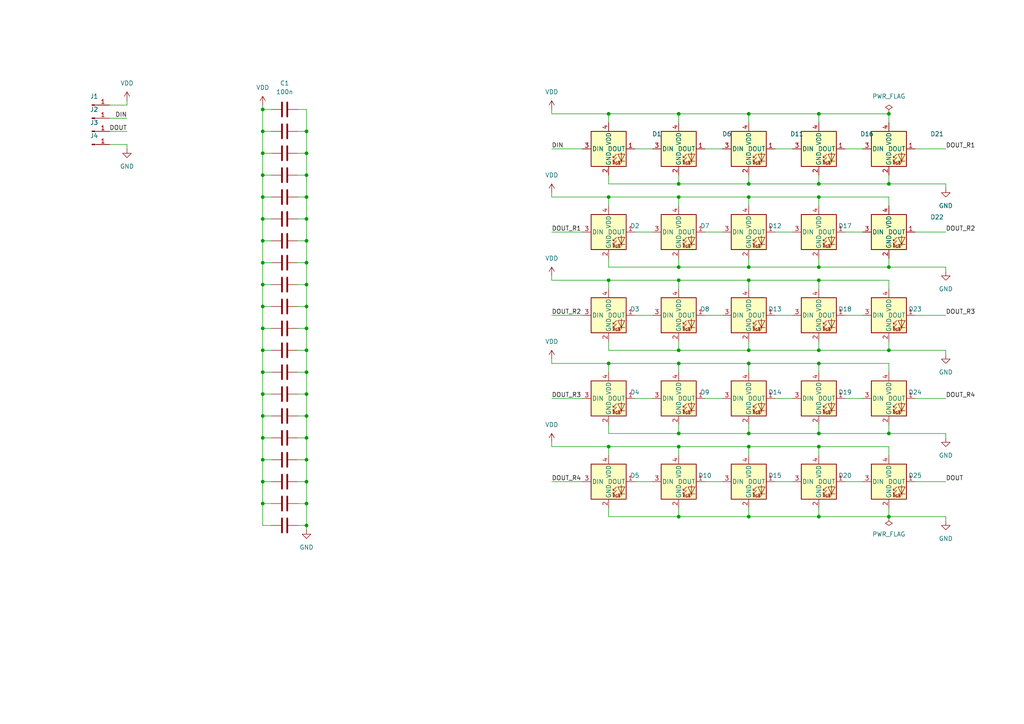
<source format=kicad_sch>
(kicad_sch (version 20211123) (generator eeschema)
  (paper "A4")
  (lib_symbols
    (symbol "Connector:Conn_01x01_Male" (pin_names (offset 1.016) hide)
      (property "Reference" "J" (at 0 2.54 0))
      (property "Value" "Conn_01x01_Male" (at 0 -2.54 0))
      (symbol "Conn_01x01_Male_1_1"
        (polyline (pts (xy 1.27 0) (xy 0.8636 0)) (stroke (width 0.1524)))
        (rectangle (start 0.8636 0.127) (end 0 -0.127) (stroke (width 0.1524)) (fill (type outline)))
        (pin passive line (at 5.08 0 180) (length 3.81) (name "Pin_1") (number "1"))
      )
    )
    (symbol "Device:C" (pin_numbers hide) (pin_names (offset 0.254))
      (property "Reference" "C" (at 0.635 2.54 0))
      (property "Value" "C" (at 0.635 -2.54 0))
      (symbol "C_0_1"
        (polyline (pts (xy -2.032 -0.762) (xy 2.032 -0.762)) (stroke (width 0.508)))
        (polyline (pts (xy -2.032 0.762) (xy 2.032 0.762)) (stroke (width 0.508)))
      )
      (symbol "C_1_1"
        (pin passive line (at 0 3.81 270) (length 2.794) (name "~") (number "1"))
        (pin passive line (at 0 -3.81 90) (length 2.794) (name "~") (number "2"))
      )
    )
    (symbol "WS2812B-2020:WS2812B-2020" (pin_names (offset 0.254))
      (property "Reference" "D" (at 5.08 5.715 0))
      (property "Value" "WS2812B-2020" (at 1.27 -5.715 0))
      (symbol "WS2812B-2020_0_0"
        (text "RGB" (at 2.286 -4.191 0) (effects (font (size 0.762 0.762))))
      )
      (symbol "WS2812B-2020_0_1"
        (polyline (pts (xy 1.27 -3.556) (xy 1.778 -3.556)))
        (polyline (pts (xy 1.27 -2.54) (xy 1.778 -2.54)))
        (polyline (pts (xy 4.699 -3.556) (xy 2.667 -3.556)))
        (polyline (pts (xy 2.286 -2.54) (xy 1.27 -3.556) (xy 1.27 -3.048)))
        (polyline (pts (xy 2.286 -1.524) (xy 1.27 -2.54) (xy 1.27 -2.032)))
        (polyline (pts (xy 3.683 -1.016) (xy 3.683 -3.556) (xy 3.683 -4.064)))
        (polyline (pts (xy 4.699 -1.524) (xy 2.667 -1.524) (xy 3.683 -3.556) (xy 4.699 -1.524)))
        (rectangle (start 5.08 5.08) (end -5.08 -5.08) (stroke (width 0.254)) (fill (type background)))
      )
      (symbol "WS2812B-2020_1_1"
        (pin output line (at 7.62 0 180) (length 2.54) (name "DOUT") (number "1"))
        (pin power_in line (at 0 -7.62 90) (length 2.54) (name "GND") (number "2"))
        (pin input line (at -7.62 0 0) (length 2.54) (name "DIN") (number "3"))
        (pin power_in line (at 0 7.62 270) (length 2.54) (name "VDD") (number "4"))
      )
    )
    (symbol "power:GND" (power) (pin_names (offset 0))
      (property "Value" "GND" (at 0 -3.81 0))
      (symbol "GND_0_1"
        (polyline (pts (xy 0 0) (xy 0 -1.27) (xy 1.27 -1.27) (xy 0 -2.54) (xy -1.27 -1.27) (xy 0 -1.27)))
      )
      (symbol "GND_1_1"
        (pin power_in line (at 0 0 270) (length 0) hide (name "GND") (number "1"))
      )
    )
    (symbol "power:PWR_FLAG" (power) (pin_numbers hide) (pin_names (offset 0) hide)
      (property "Value" "PWR_FLAG" (at 0 3.81 0))
      (symbol "PWR_FLAG_0_0"
        (pin power_out line (at 0 0 90) (length 0) (name "pwr") (number "1"))
      )
      (symbol "PWR_FLAG_0_1"
        (polyline (pts (xy 0 0) (xy 0 1.27) (xy -1.016 1.905) (xy 0 2.54) (xy 1.016 1.905) (xy 0 1.27)))
      )
    )
    (symbol "power:VDD" (power) (pin_names (offset 0))
      (property "Value" "VDD" (at 0 3.81 0))
      (symbol "VDD_0_1"
        (polyline (pts (xy -0.762 1.27) (xy 0 2.54)))
        (polyline (pts (xy 0 0) (xy 0 2.54)))
        (polyline (pts (xy 0 2.54) (xy 0.762 1.27)))
      )
      (symbol "VDD_1_1"
        (pin power_in line (at 0 0 90) (length 0) hide (name "VDD") (number "1"))
      )
    )
  )
  (junction (at 88.9 57.15))
  (junction (at 76.2 88.9))
  (junction (at 76.2 114.3))
  (junction (at 237.49 101.6))
  (junction (at 257.81 149.86))
  (junction (at 237.49 57.15))
  (junction (at 217.17 149.86))
  (junction (at 88.9 50.8))
  (junction (at 88.9 44.45))
  (junction (at 88.9 101.6))
  (junction (at 196.85 81.28))
  (junction (at 88.9 127))
  (junction (at 88.9 69.85))
  (junction (at 257.81 125.73))
  (junction (at 88.9 107.95))
  (junction (at 196.85 53.34))
  (junction (at 88.9 63.5))
  (junction (at 257.81 33.02))
  (junction (at 76.2 146.05))
  (junction (at 217.17 105.41))
  (junction (at 196.85 77.47))
  (junction (at 257.81 53.34))
  (junction (at 237.49 77.47))
  (junction (at 76.2 101.6))
  (junction (at 237.49 125.73))
  (junction (at 196.85 105.41))
  (junction (at 176.53 81.28))
  (junction (at 76.2 127))
  (junction (at 76.2 133.35))
  (junction (at 88.9 133.35))
  (junction (at 237.49 33.02))
  (junction (at 88.9 82.55))
  (junction (at 76.2 82.55))
  (junction (at 196.85 101.6))
  (junction (at 76.2 107.95))
  (junction (at 217.17 81.28))
  (junction (at 217.17 53.34))
  (junction (at 176.53 33.02))
  (junction (at 76.2 76.2))
  (junction (at 237.49 105.41))
  (junction (at 76.2 44.45))
  (junction (at 196.85 33.02))
  (junction (at 176.53 57.15))
  (junction (at 88.9 114.3))
  (junction (at 76.2 57.15))
  (junction (at 217.17 125.73))
  (junction (at 76.2 63.5))
  (junction (at 88.9 120.65))
  (junction (at 76.2 38.1))
  (junction (at 88.9 152.4))
  (junction (at 217.17 77.47))
  (junction (at 76.2 50.8))
  (junction (at 88.9 88.9))
  (junction (at 76.2 69.85))
  (junction (at 76.2 120.65))
  (junction (at 196.85 129.54))
  (junction (at 196.85 125.73))
  (junction (at 217.17 57.15))
  (junction (at 176.53 129.54))
  (junction (at 217.17 101.6))
  (junction (at 88.9 146.05))
  (junction (at 217.17 33.02))
  (junction (at 196.85 149.86))
  (junction (at 88.9 38.1))
  (junction (at 237.49 81.28))
  (junction (at 176.53 105.41))
  (junction (at 88.9 139.7))
  (junction (at 237.49 149.86))
  (junction (at 237.49 129.54))
  (junction (at 76.2 139.7))
  (junction (at 76.2 31.75))
  (junction (at 217.17 129.54))
  (junction (at 88.9 95.25))
  (junction (at 88.9 76.2))
  (junction (at 257.81 77.47))
  (junction (at 76.2 95.25))
  (junction (at 196.85 57.15))
  (junction (at 257.81 101.6))
  (junction (at 237.49 53.34))
  (wire (pts (xy 257.81 105.41) (xy 237.49 105.41)))
  (wire (pts (xy 196.85 81.28) (xy 196.85 83.82)))
  (wire (pts (xy 237.49 50.8) (xy 237.49 53.34)))
  (wire (pts (xy 160.02 115.57) (xy 168.91 115.57)))
  (wire (pts (xy 76.2 50.8) (xy 76.2 44.45)))
  (wire (pts (xy 88.9 152.4) (xy 88.9 153.67)))
  (wire (pts (xy 196.85 123.19) (xy 196.85 125.73)))
  (wire (pts (xy 86.36 120.65) (xy 88.9 120.65)))
  (wire (pts (xy 204.47 91.44) (xy 209.55 91.44)))
  (wire (pts (xy 224.79 115.57) (xy 229.87 115.57)))
  (wire (pts (xy 176.53 53.34) (xy 196.85 53.34)))
  (wire (pts (xy 76.2 95.25) (xy 76.2 88.9)))
  (wire (pts (xy 184.15 67.31) (xy 189.23 67.31)))
  (wire (pts (xy 176.53 129.54) (xy 160.02 129.54)))
  (wire (pts (xy 265.43 43.18) (xy 274.32 43.18)))
  (wire (pts (xy 88.9 146.05) (xy 88.9 152.4)))
  (wire (pts (xy 257.81 57.15) (xy 237.49 57.15)))
  (wire (pts (xy 257.81 74.93) (xy 257.81 77.47)))
  (wire (pts (xy 76.2 63.5) (xy 76.2 57.15)))
  (wire (pts (xy 184.15 139.7) (xy 189.23 139.7)))
  (wire (pts (xy 31.75 34.29) (xy 36.83 34.29)))
  (wire (pts (xy 176.53 101.6) (xy 196.85 101.6)))
  (wire (pts (xy 76.2 133.35) (xy 78.74 133.35)))
  (wire (pts (xy 184.15 91.44) (xy 189.23 91.44)))
  (wire (pts (xy 217.17 81.28) (xy 196.85 81.28)))
  (wire (pts (xy 196.85 33.02) (xy 196.85 35.56)))
  (wire (pts (xy 176.53 129.54) (xy 176.53 132.08)))
  (wire (pts (xy 217.17 50.8) (xy 217.17 53.34)))
  (wire (pts (xy 204.47 67.31) (xy 209.55 67.31)))
  (wire (pts (xy 257.81 77.47) (xy 274.32 77.47)))
  (wire (pts (xy 86.36 152.4) (xy 88.9 152.4)))
  (wire (pts (xy 265.43 115.57) (xy 274.32 115.57)))
  (wire (pts (xy 217.17 81.28) (xy 217.17 83.82)))
  (wire (pts (xy 265.43 67.31) (xy 274.32 67.31)))
  (wire (pts (xy 237.49 147.32) (xy 237.49 149.86)))
  (wire (pts (xy 274.32 77.47) (xy 274.32 78.74)))
  (wire (pts (xy 86.36 88.9) (xy 88.9 88.9)))
  (wire (pts (xy 257.81 50.8) (xy 257.81 53.34)))
  (wire (pts (xy 217.17 101.6) (xy 237.49 101.6)))
  (wire (pts (xy 86.36 114.3) (xy 88.9 114.3)))
  (wire (pts (xy 257.81 107.95) (xy 257.81 105.41)))
  (wire (pts (xy 86.36 31.75) (xy 88.9 31.75)))
  (wire (pts (xy 176.53 123.19) (xy 176.53 125.73)))
  (wire (pts (xy 204.47 115.57) (xy 209.55 115.57)))
  (wire (pts (xy 217.17 129.54) (xy 196.85 129.54)))
  (wire (pts (xy 88.9 95.25) (xy 88.9 101.6)))
  (wire (pts (xy 196.85 33.02) (xy 176.53 33.02)))
  (wire (pts (xy 217.17 129.54) (xy 217.17 132.08)))
  (wire (pts (xy 196.85 125.73) (xy 217.17 125.73)))
  (wire (pts (xy 88.9 101.6) (xy 88.9 107.95)))
  (wire (pts (xy 237.49 74.93) (xy 237.49 77.47)))
  (wire (pts (xy 76.2 107.95) (xy 76.2 101.6)))
  (wire (pts (xy 237.49 53.34) (xy 257.81 53.34)))
  (wire (pts (xy 237.49 149.86) (xy 257.81 149.86)))
  (wire (pts (xy 217.17 77.47) (xy 237.49 77.47)))
  (wire (pts (xy 257.81 59.69) (xy 257.81 57.15)))
  (wire (pts (xy 176.53 105.41) (xy 176.53 107.95)))
  (wire (pts (xy 237.49 81.28) (xy 217.17 81.28)))
  (wire (pts (xy 88.9 31.75) (xy 88.9 38.1)))
  (wire (pts (xy 265.43 139.7) (xy 274.32 139.7)))
  (wire (pts (xy 76.2 69.85) (xy 78.74 69.85)))
  (wire (pts (xy 204.47 139.7) (xy 209.55 139.7)))
  (wire (pts (xy 237.49 105.41) (xy 237.49 107.95)))
  (wire (pts (xy 217.17 53.34) (xy 237.49 53.34)))
  (wire (pts (xy 88.9 127) (xy 88.9 133.35)))
  (wire (pts (xy 184.15 115.57) (xy 189.23 115.57)))
  (wire (pts (xy 86.36 146.05) (xy 88.9 146.05)))
  (wire (pts (xy 257.81 129.54) (xy 237.49 129.54)))
  (wire (pts (xy 224.79 43.18) (xy 229.87 43.18)))
  (wire (pts (xy 176.53 77.47) (xy 196.85 77.47)))
  (wire (pts (xy 237.49 57.15) (xy 217.17 57.15)))
  (wire (pts (xy 88.9 69.85) (xy 88.9 76.2)))
  (wire (pts (xy 245.11 43.18) (xy 250.19 43.18)))
  (wire (pts (xy 88.9 63.5) (xy 88.9 69.85)))
  (wire (pts (xy 88.9 76.2) (xy 88.9 82.55)))
  (wire (pts (xy 88.9 139.7) (xy 88.9 146.05)))
  (wire (pts (xy 257.81 123.19) (xy 257.81 125.73)))
  (wire (pts (xy 217.17 125.73) (xy 237.49 125.73)))
  (wire (pts (xy 217.17 99.06) (xy 217.17 101.6)))
  (wire (pts (xy 176.53 125.73) (xy 196.85 125.73)))
  (wire (pts (xy 204.47 43.18) (xy 209.55 43.18)))
  (wire (pts (xy 86.36 69.85) (xy 88.9 69.85)))
  (wire (pts (xy 76.2 76.2) (xy 76.2 69.85)))
  (wire (pts (xy 196.85 105.41) (xy 196.85 107.95)))
  (wire (pts (xy 176.53 147.32) (xy 176.53 149.86)))
  (wire (pts (xy 196.85 57.15) (xy 176.53 57.15)))
  (wire (pts (xy 76.2 30.48) (xy 76.2 31.75)))
  (wire (pts (xy 86.36 127) (xy 88.9 127)))
  (wire (pts (xy 160.02 80.01) (xy 160.02 81.28)))
  (wire (pts (xy 217.17 147.32) (xy 217.17 149.86)))
  (wire (pts (xy 237.49 33.02) (xy 237.49 35.56)))
  (wire (pts (xy 176.53 57.15) (xy 160.02 57.15)))
  (wire (pts (xy 88.9 107.95) (xy 88.9 114.3)))
  (wire (pts (xy 86.36 44.45) (xy 88.9 44.45)))
  (wire (pts (xy 265.43 91.44) (xy 274.32 91.44)))
  (wire (pts (xy 88.9 88.9) (xy 88.9 95.25)))
  (wire (pts (xy 76.2 114.3) (xy 78.74 114.3)))
  (wire (pts (xy 224.79 139.7) (xy 229.87 139.7)))
  (wire (pts (xy 224.79 67.31) (xy 229.87 67.31)))
  (wire (pts (xy 217.17 105.41) (xy 196.85 105.41)))
  (wire (pts (xy 257.81 147.32) (xy 257.81 149.86)))
  (wire (pts (xy 76.2 139.7) (xy 78.74 139.7)))
  (wire (pts (xy 237.49 99.06) (xy 237.49 101.6)))
  (wire (pts (xy 36.83 41.91) (xy 36.83 43.18)))
  (wire (pts (xy 86.36 38.1) (xy 88.9 38.1)))
  (wire (pts (xy 86.36 101.6) (xy 88.9 101.6)))
  (wire (pts (xy 88.9 38.1) (xy 88.9 44.45)))
  (wire (pts (xy 196.85 53.34) (xy 217.17 53.34)))
  (wire (pts (xy 86.36 50.8) (xy 88.9 50.8)))
  (wire (pts (xy 176.53 33.02) (xy 160.02 33.02)))
  (wire (pts (xy 237.49 33.02) (xy 217.17 33.02)))
  (wire (pts (xy 76.2 38.1) (xy 78.74 38.1)))
  (wire (pts (xy 76.2 76.2) (xy 78.74 76.2)))
  (wire (pts (xy 160.02 128.27) (xy 160.02 129.54)))
  (wire (pts (xy 196.85 99.06) (xy 196.85 101.6)))
  (wire (pts (xy 76.2 38.1) (xy 76.2 31.75)))
  (wire (pts (xy 31.75 30.48) (xy 36.83 30.48)))
  (wire (pts (xy 76.2 44.45) (xy 76.2 38.1)))
  (wire (pts (xy 245.11 115.57) (xy 250.19 115.57)))
  (wire (pts (xy 76.2 146.05) (xy 78.74 146.05)))
  (wire (pts (xy 196.85 77.47) (xy 217.17 77.47)))
  (wire (pts (xy 76.2 120.65) (xy 76.2 114.3)))
  (wire (pts (xy 88.9 133.35) (xy 88.9 139.7)))
  (wire (pts (xy 88.9 120.65) (xy 88.9 127)))
  (wire (pts (xy 237.49 77.47) (xy 257.81 77.47)))
  (wire (pts (xy 86.36 57.15) (xy 88.9 57.15)))
  (wire (pts (xy 76.2 88.9) (xy 76.2 82.55)))
  (wire (pts (xy 217.17 57.15) (xy 217.17 59.69)))
  (wire (pts (xy 176.53 81.28) (xy 176.53 83.82)))
  (wire (pts (xy 76.2 146.05) (xy 76.2 139.7)))
  (wire (pts (xy 237.49 57.15) (xy 237.49 59.69)))
  (wire (pts (xy 76.2 57.15) (xy 78.74 57.15)))
  (wire (pts (xy 237.49 81.28) (xy 237.49 83.82)))
  (wire (pts (xy 274.32 53.34) (xy 274.32 54.61)))
  (wire (pts (xy 257.81 125.73) (xy 274.32 125.73)))
  (wire (pts (xy 160.02 91.44) (xy 168.91 91.44)))
  (wire (pts (xy 76.2 127) (xy 76.2 120.65)))
  (wire (pts (xy 160.02 104.14) (xy 160.02 105.41)))
  (wire (pts (xy 86.36 63.5) (xy 88.9 63.5)))
  (wire (pts (xy 237.49 129.54) (xy 237.49 132.08)))
  (wire (pts (xy 237.49 101.6) (xy 257.81 101.6)))
  (wire (pts (xy 257.81 35.56) (xy 257.81 33.02)))
  (wire (pts (xy 257.81 132.08) (xy 257.81 129.54)))
  (wire (pts (xy 76.2 114.3) (xy 76.2 107.95)))
  (wire (pts (xy 274.32 101.6) (xy 274.32 102.87)))
  (wire (pts (xy 76.2 133.35) (xy 76.2 127)))
  (wire (pts (xy 160.02 139.7) (xy 168.91 139.7)))
  (wire (pts (xy 88.9 57.15) (xy 88.9 63.5)))
  (wire (pts (xy 196.85 129.54) (xy 176.53 129.54)))
  (wire (pts (xy 76.2 107.95) (xy 78.74 107.95)))
  (wire (pts (xy 196.85 147.32) (xy 196.85 149.86)))
  (wire (pts (xy 217.17 149.86) (xy 237.49 149.86)))
  (wire (pts (xy 176.53 105.41) (xy 160.02 105.41)))
  (wire (pts (xy 257.81 149.86) (xy 274.32 149.86)))
  (wire (pts (xy 76.2 31.75) (xy 78.74 31.75)))
  (wire (pts (xy 76.2 152.4) (xy 78.74 152.4)))
  (wire (pts (xy 176.53 57.15) (xy 176.53 59.69)))
  (wire (pts (xy 160.02 43.18) (xy 168.91 43.18)))
  (wire (pts (xy 237.49 123.19) (xy 237.49 125.73)))
  (wire (pts (xy 257.81 99.06) (xy 257.81 101.6)))
  (wire (pts (xy 76.2 120.65) (xy 78.74 120.65)))
  (wire (pts (xy 76.2 152.4) (xy 76.2 146.05)))
  (wire (pts (xy 76.2 101.6) (xy 76.2 95.25)))
  (wire (pts (xy 76.2 44.45) (xy 78.74 44.45)))
  (wire (pts (xy 274.32 125.73) (xy 274.32 127)))
  (wire (pts (xy 86.36 95.25) (xy 88.9 95.25)))
  (wire (pts (xy 245.11 67.31) (xy 250.19 67.31)))
  (wire (pts (xy 224.79 91.44) (xy 229.87 91.44)))
  (wire (pts (xy 160.02 67.31) (xy 168.91 67.31)))
  (wire (pts (xy 160.02 55.88) (xy 160.02 57.15)))
  (wire (pts (xy 176.53 50.8) (xy 176.53 53.34)))
  (wire (pts (xy 196.85 50.8) (xy 196.85 53.34)))
  (wire (pts (xy 217.17 74.93) (xy 217.17 77.47)))
  (wire (pts (xy 76.2 101.6) (xy 78.74 101.6)))
  (wire (pts (xy 217.17 105.41) (xy 217.17 107.95)))
  (wire (pts (xy 257.81 101.6) (xy 274.32 101.6)))
  (wire (pts (xy 217.17 33.02) (xy 196.85 33.02)))
  (wire (pts (xy 217.17 57.15) (xy 196.85 57.15)))
  (wire (pts (xy 196.85 105.41) (xy 176.53 105.41)))
  (wire (pts (xy 176.53 33.02) (xy 176.53 35.56)))
  (wire (pts (xy 31.75 41.91) (xy 36.83 41.91)))
  (wire (pts (xy 86.36 133.35) (xy 88.9 133.35)))
  (wire (pts (xy 176.53 99.06) (xy 176.53 101.6)))
  (wire (pts (xy 176.53 81.28) (xy 160.02 81.28)))
  (wire (pts (xy 76.2 88.9) (xy 78.74 88.9)))
  (wire (pts (xy 245.11 91.44) (xy 250.19 91.44)))
  (wire (pts (xy 76.2 63.5) (xy 78.74 63.5)))
  (wire (pts (xy 237.49 129.54) (xy 217.17 129.54)))
  (wire (pts (xy 257.81 83.82) (xy 257.81 81.28)))
  (wire (pts (xy 245.11 139.7) (xy 250.19 139.7)))
  (wire (pts (xy 86.36 82.55) (xy 88.9 82.55)))
  (wire (pts (xy 274.32 149.86) (xy 274.32 151.13)))
  (wire (pts (xy 196.85 129.54) (xy 196.85 132.08)))
  (wire (pts (xy 257.81 53.34) (xy 274.32 53.34)))
  (wire (pts (xy 86.36 107.95) (xy 88.9 107.95)))
  (wire (pts (xy 88.9 114.3) (xy 88.9 120.65)))
  (wire (pts (xy 88.9 82.55) (xy 88.9 88.9)))
  (wire (pts (xy 86.36 139.7) (xy 88.9 139.7)))
  (wire (pts (xy 76.2 82.55) (xy 76.2 76.2)))
  (wire (pts (xy 196.85 57.15) (xy 196.85 59.69)))
  (wire (pts (xy 160.02 31.75) (xy 160.02 33.02)))
  (wire (pts (xy 76.2 139.7) (xy 76.2 133.35)))
  (wire (pts (xy 76.2 82.55) (xy 78.74 82.55)))
  (wire (pts (xy 36.83 30.48) (xy 36.83 29.21)))
  (wire (pts (xy 257.81 81.28) (xy 237.49 81.28)))
  (wire (pts (xy 196.85 149.86) (xy 217.17 149.86)))
  (wire (pts (xy 196.85 81.28) (xy 176.53 81.28)))
  (wire (pts (xy 176.53 149.86) (xy 196.85 149.86)))
  (wire (pts (xy 76.2 50.8) (xy 78.74 50.8)))
  (wire (pts (xy 76.2 127) (xy 78.74 127)))
  (wire (pts (xy 76.2 57.15) (xy 76.2 50.8)))
  (wire (pts (xy 88.9 50.8) (xy 88.9 57.15)))
  (wire (pts (xy 176.53 74.93) (xy 176.53 77.47)))
  (wire (pts (xy 76.2 69.85) (xy 76.2 63.5)))
  (wire (pts (xy 86.36 76.2) (xy 88.9 76.2)))
  (wire (pts (xy 196.85 101.6) (xy 217.17 101.6)))
  (wire (pts (xy 184.15 43.18) (xy 189.23 43.18)))
  (wire (pts (xy 196.85 74.93) (xy 196.85 77.47)))
  (wire (pts (xy 237.49 125.73) (xy 257.81 125.73)))
  (wire (pts (xy 217.17 123.19) (xy 217.17 125.73)))
  (wire (pts (xy 31.75 38.1) (xy 36.83 38.1)))
  (wire (pts (xy 76.2 95.25) (xy 78.74 95.25)))
  (wire (pts (xy 88.9 44.45) (xy 88.9 50.8)))
  (wire (pts (xy 217.17 33.02) (xy 217.17 35.56)))
  (wire (pts (xy 237.49 105.41) (xy 217.17 105.41)))
  (wire (pts (xy 257.81 33.02) (xy 237.49 33.02)))
  (label "DOUT" (at 274.32 139.7 0))
  (label "DOUT_R2" (at 274.32 67.31 0))
  (label "DOUT" (at 36.83 38.1 180))
  (label "DOUT_R3" (at 160.02 115.57 0))
  (label "DOUT_R4" (at 160.02 139.7 0))
  (label "DOUT_R4" (at 274.32 115.57 0))
  (label "DOUT_R1" (at 160.02 67.31 0))
  (label "DOUT_R2" (at 160.02 91.44 0))
  (label "DIN" (at 36.83 34.29 180))
  (label "DOUT_R1" (at 274.32 43.18 0))
  (label "DIN" (at 160.02 43.18 0))
  (label "DOUT_R3" (at 274.32 91.44 0))
  (symbol (lib_id "WS2812B-2020:WS2812B-2020") (at 217.17 115.57 0) (unit 1)
    (property "Reference" "D14" (at 224.79 113.7793 0))
    (property "Value" "WS2812B-2020" (effects hide))
    (property "Footprint" "WS2812B-2020:WS2812B-2020" (effects hide))
    (property "Datasheet" "https://www.mouser.com/pdfDocs/WS2812B-2020_V10_EN_181106150240761.pdf" (effects hide))
  )
  (symbol (lib_id "WS2812B-2020:WS2812B-2020") (at 196.85 67.31 0) (unit 1)
    (property "Reference" "D7" (at 204.47 65.5193 0))
    (property "Value" "WS2812B-2020" (effects hide))
    (property "Footprint" "WS2812B-2020:WS2812B-2020" (effects hide))
    (property "Datasheet" "https://www.mouser.com/pdfDocs/WS2812B-2020_V10_EN_181106150240761.pdf" (effects hide))
  )
  (symbol (lib_id "WS2812B-2020:WS2812B-2020") (at 237.49 91.44 0) (unit 1)
    (property "Reference" "D18" (at 245.11 89.6493 0))
    (property "Value" "WS2812B-2020" (effects hide))
    (property "Footprint" "WS2812B-2020:WS2812B-2020" (effects hide))
    (property "Datasheet" "https://www.mouser.com/pdfDocs/WS2812B-2020_V10_EN_181106150240761.pdf" (effects hide))
  )
  (symbol (lib_id "Device:C") (at 82.55 152.4 90) (unit 1)
    (property "Reference" "C20" (effects hide))
    (property "Value" "100n" (effects hide))
    (property "Footprint" "Capacitor_SMD:C_0603_1608Metric" (effects hide))
  )
  (symbol (lib_id "Connector:Conn_01x01_Male") (at 26.67 30.48 0) (unit 1)
    (property "Reference" "J1" (at 27.305 27.94 0))
    (property "Value" "Conn_01x01_Male" (effects hide))
    (property "Footprint" "Connector_Wire:SolderWirePad_1x01_SMD_5x10mm" (effects hide))
  )
  (symbol (lib_id "WS2812B-2020:WS2812B-2020") (at 237.49 115.57 0) (unit 1)
    (property "Reference" "D19" (at 245.11 113.7793 0))
    (property "Value" "WS2812B-2020" (effects hide))
    (property "Footprint" "WS2812B-2020:WS2812B-2020" (effects hide))
    (property "Datasheet" "https://www.mouser.com/pdfDocs/WS2812B-2020_V10_EN_181106150240761.pdf" (effects hide))
  )
  (symbol (lib_id "power:VDD") (at 36.83 29.21 0) (unit 1)
    (property "Reference" "#PWR01" (effects hide))
    (property "Value" "VDD" (at 36.83 24.13 0))
  )
  (symbol (lib_id "Device:C") (at 82.55 63.5 90) (unit 1)
    (property "Reference" "C6" (effects hide))
    (property "Value" "100n" (effects hide))
    (property "Footprint" "Capacitor_SMD:C_0603_1608Metric" (effects hide))
  )
  (symbol (lib_id "Device:C") (at 82.55 69.85 90) (unit 1)
    (property "Reference" "C7" (effects hide))
    (property "Value" "100n" (effects hide))
    (property "Footprint" "Capacitor_SMD:C_0603_1608Metric" (effects hide))
  )
  (symbol (lib_id "power:VDD") (at 76.2 30.48 0) (unit 1)
    (property "Reference" "#PWR03" (effects hide))
    (property "Value" "VDD" (at 76.2 25.4 0))
  )
  (symbol (lib_id "WS2812B-2020:WS2812B-2020") (at 257.81 67.31 0) (unit 1)
    (property "Reference" "D22" (at 271.78 62.9793 0))
    (property "Value" "WS2812B-2020" (effects hide))
    (property "Footprint" "WS2812B-2020:WS2812B-2020" (effects hide))
    (property "Datasheet" "https://www.mouser.com/pdfDocs/WS2812B-2020_V10_EN_181106150240761.pdf" (effects hide))
  )
  (symbol (lib_id "Connector:Conn_01x01_Male") (at 26.67 38.1 0) (unit 1)
    (property "Reference" "J3" (at 27.305 35.56 0))
    (property "Value" "Conn_01x01_Male" (effects hide))
    (property "Footprint" "Connector_Wire:SolderWirePad_1x01_SMD_5x10mm" (effects hide))
  )
  (symbol (lib_id "WS2812B-2020:WS2812B-2020") (at 196.85 43.18 0) (unit 1)
    (property "Reference" "D6" (at 210.82 38.8493 0))
    (property "Value" "WS2812B-2020" (effects hide))
    (property "Footprint" "WS2812B-2020:WS2812B-2020" (effects hide))
    (property "Datasheet" "https://www.mouser.com/pdfDocs/WS2812B-2020_V10_EN_181106150240761.pdf" (effects hide))
  )
  (symbol (lib_id "WS2812B-2020:WS2812B-2020") (at 237.49 139.7 0) (unit 1)
    (property "Reference" "D20" (at 245.11 137.9093 0))
    (property "Value" "WS2812B-2020" (effects hide))
    (property "Footprint" "WS2812B-2020:WS2812B-2020" (effects hide))
    (property "Datasheet" "https://www.mouser.com/pdfDocs/WS2812B-2020_V10_EN_181106150240761.pdf" (effects hide))
  )
  (symbol (lib_id "WS2812B-2020:WS2812B-2020") (at 196.85 115.57 0) (unit 1)
    (property "Reference" "D9" (at 204.47 113.7793 0))
    (property "Value" "WS2812B-2020" (effects hide))
    (property "Footprint" "WS2812B-2020:WS2812B-2020" (effects hide))
    (property "Datasheet" "https://www.mouser.com/pdfDocs/WS2812B-2020_V10_EN_181106150240761.pdf" (effects hide))
  )
  (symbol (lib_id "WS2812B-2020:WS2812B-2020") (at 257.81 115.57 0) (unit 1)
    (property "Reference" "D24" (at 265.43 113.7793 0))
    (property "Value" "WS2812B-2020" (effects hide))
    (property "Footprint" "WS2812B-2020:WS2812B-2020" (effects hide))
    (property "Datasheet" "https://www.mouser.com/pdfDocs/WS2812B-2020_V10_EN_181106150240761.pdf" (effects hide))
  )
  (symbol (lib_id "power:VDD") (at 160.02 104.14 0) (unit 1)
    (property "Reference" "#PWR08" (effects hide))
    (property "Value" "VDD" (at 160.02 99.06 0))
  )
  (symbol (lib_id "power:GND") (at 274.32 151.13 0) (unit 1)
    (property "Reference" "#PWR014" (effects hide))
    (property "Value" "GND" (at 274.32 156.21 0))
  )
  (symbol (lib_id "power:GND") (at 36.83 43.18 0) (unit 1)
    (property "Reference" "#PWR02" (effects hide))
    (property "Value" "GND" (at 36.83 48.26 0))
  )
  (symbol (lib_id "WS2812B-2020:WS2812B-2020") (at 257.81 43.18 0) (unit 1)
    (property "Reference" "D21" (at 271.78 38.8493 0))
    (property "Value" "WS2812B-2020" (effects hide))
    (property "Footprint" "WS2812B-2020:WS2812B-2020" (effects hide))
    (property "Datasheet" "https://www.mouser.com/pdfDocs/WS2812B-2020_V10_EN_181106150240761.pdf" (effects hide))
  )
  (symbol (lib_id "Device:C") (at 82.55 50.8 90) (unit 1)
    (property "Reference" "C4" (effects hide))
    (property "Value" "100n" (effects hide))
    (property "Footprint" "Capacitor_SMD:C_0603_1608Metric" (effects hide))
  )
  (symbol (lib_id "WS2812B-2020:WS2812B-2020") (at 257.81 139.7 0) (unit 1)
    (property "Reference" "D25" (at 265.43 137.9093 0))
    (property "Value" "WS2812B-2020" (effects hide))
    (property "Footprint" "WS2812B-2020:WS2812B-2020" (effects hide))
    (property "Datasheet" "https://www.mouser.com/pdfDocs/WS2812B-2020_V10_EN_181106150240761.pdf" (effects hide))
  )
  (symbol (lib_id "power:GND") (at 274.32 102.87 0) (unit 1)
    (property "Reference" "#PWR012" (effects hide))
    (property "Value" "GND" (at 274.32 107.95 0))
  )
  (symbol (lib_id "Connector:Conn_01x01_Male") (at 26.67 34.29 0) (unit 1)
    (property "Reference" "J2" (at 27.305 31.75 0))
    (property "Value" "Conn_01x01_Male" (effects hide))
    (property "Footprint" "Connector_Wire:SolderWirePad_1x01_SMD_5x10mm" (effects hide))
  )
  (symbol (lib_id "power:VDD") (at 160.02 80.01 0) (unit 1)
    (property "Reference" "#PWR07" (effects hide))
    (property "Value" "VDD" (at 160.02 74.93 0))
  )
  (symbol (lib_id "WS2812B-2020:WS2812B-2020") (at 217.17 91.44 0) (unit 1)
    (property "Reference" "D13" (at 224.79 89.6493 0))
    (property "Value" "WS2812B-2020" (effects hide))
    (property "Footprint" "WS2812B-2020:WS2812B-2020" (effects hide))
    (property "Datasheet" "https://www.mouser.com/pdfDocs/WS2812B-2020_V10_EN_181106150240761.pdf" (effects hide))
  )
  (symbol (lib_id "Device:C") (at 82.55 44.45 90) (unit 1)
    (property "Reference" "C3" (effects hide))
    (property "Value" "100n" (effects hide))
    (property "Footprint" "Capacitor_SMD:C_0603_1608Metric" (effects hide))
  )
  (symbol (lib_id "power:PWR_FLAG") (at 257.81 33.02 0) (unit 1)
    (property "Reference" "#FLG01" (effects hide))
    (property "Value" "PWR_FLAG" (at 257.81 27.94 0))
  )
  (symbol (lib_id "WS2812B-2020:WS2812B-2020") (at 176.53 139.7 0) (unit 1)
    (property "Reference" "D5" (at 184.15 137.9093 0))
    (property "Value" "WS2812B-2020" (effects hide))
    (property "Footprint" "WS2812B-2020:WS2812B-2020" (effects hide))
    (property "Datasheet" "https://www.mouser.com/pdfDocs/WS2812B-2020_V10_EN_181106150240761.pdf" (effects hide))
  )
  (symbol (lib_id "WS2812B-2020:WS2812B-2020") (at 237.49 43.18 0) (unit 1)
    (property "Reference" "D16" (at 251.46 38.8493 0))
    (property "Value" "WS2812B-2020" (effects hide))
    (property "Footprint" "WS2812B-2020:WS2812B-2020" (effects hide))
    (property "Datasheet" "https://www.mouser.com/pdfDocs/WS2812B-2020_V10_EN_181106150240761.pdf" (effects hide))
  )
  (symbol (lib_id "power:VDD") (at 160.02 128.27 0) (unit 1)
    (property "Reference" "#PWR09" (effects hide))
    (property "Value" "VDD" (at 160.02 123.19 0))
  )
  (symbol (lib_id "power:VDD") (at 160.02 31.75 0) (unit 1)
    (property "Reference" "#PWR05" (effects hide))
    (property "Value" "VDD" (at 160.02 26.67 0))
  )
  (symbol (lib_id "Device:C") (at 82.55 107.95 90) (unit 1)
    (property "Reference" "C13" (effects hide))
    (property "Value" "100n" (effects hide))
    (property "Footprint" "Capacitor_SMD:C_0603_1608Metric" (effects hide))
  )
  (symbol (lib_id "Device:C") (at 82.55 146.05 90) (unit 1)
    (property "Reference" "C19" (effects hide))
    (property "Value" "100n" (effects hide))
    (property "Footprint" "Capacitor_SMD:C_0603_1608Metric" (effects hide))
  )
  (symbol (lib_id "Device:C") (at 82.55 133.35 90) (unit 1)
    (property "Reference" "C17" (effects hide))
    (property "Value" "100n" (effects hide))
    (property "Footprint" "Capacitor_SMD:C_0603_1608Metric" (effects hide))
  )
  (symbol (lib_id "Device:C") (at 82.55 31.75 90) (unit 1)
    (property "Reference" "C1" (at 82.55 24.13 90))
    (property "Value" "100n" (at 82.55 26.67 90))
    (property "Footprint" "Capacitor_SMD:C_0603_1608Metric" (effects hide))
  )
  (symbol (lib_id "Connector:Conn_01x01_Male") (at 26.67 41.91 0) (unit 1)
    (property "Reference" "J4" (at 27.305 39.37 0))
    (property "Value" "Conn_01x01_Male" (effects hide))
    (property "Footprint" "Connector_Wire:SolderWirePad_1x01_SMD_5x10mm" (effects hide))
  )
  (symbol (lib_id "Device:C") (at 82.55 38.1 90) (unit 1)
    (property "Reference" "C2" (effects hide))
    (property "Value" "100n" (effects hide))
    (property "Footprint" "Capacitor_SMD:C_0603_1608Metric" (effects hide))
  )
  (symbol (lib_id "Device:C") (at 82.55 95.25 90) (unit 1)
    (property "Reference" "C11" (effects hide))
    (property "Value" "100n" (effects hide))
    (property "Footprint" "Capacitor_SMD:C_0603_1608Metric" (effects hide))
  )
  (symbol (lib_id "WS2812B-2020:WS2812B-2020") (at 176.53 115.57 0) (unit 1)
    (property "Reference" "D4" (at 184.15 113.7793 0))
    (property "Value" "WS2812B-2020" (effects hide))
    (property "Footprint" "WS2812B-2020:WS2812B-2020" (effects hide))
    (property "Datasheet" "https://www.mouser.com/pdfDocs/WS2812B-2020_V10_EN_181106150240761.pdf" (effects hide))
  )
  (symbol (lib_id "Device:C") (at 82.55 101.6 90) (unit 1)
    (property "Reference" "C12" (effects hide))
    (property "Value" "100n" (effects hide))
    (property "Footprint" "Capacitor_SMD:C_0603_1608Metric" (effects hide))
  )
  (symbol (lib_id "WS2812B-2020:WS2812B-2020") (at 217.17 139.7 0) (unit 1)
    (property "Reference" "D15" (at 224.79 137.9093 0))
    (property "Value" "WS2812B-2020" (effects hide))
    (property "Footprint" "WS2812B-2020:WS2812B-2020" (effects hide))
    (property "Datasheet" "https://www.mouser.com/pdfDocs/WS2812B-2020_V10_EN_181106150240761.pdf" (effects hide))
  )
  (symbol (lib_id "power:GND") (at 274.32 54.61 0) (unit 1)
    (property "Reference" "#PWR010" (effects hide))
    (property "Value" "GND" (at 274.32 59.69 0))
  )
  (symbol (lib_id "WS2812B-2020:WS2812B-2020") (at 237.49 67.31 0) (unit 1)
    (property "Reference" "D17" (at 245.11 65.5193 0))
    (property "Value" "WS2812B-2020" (effects hide))
    (property "Footprint" "WS2812B-2020:WS2812B-2020" (effects hide))
    (property "Datasheet" "https://www.mouser.com/pdfDocs/WS2812B-2020_V10_EN_181106150240761.pdf" (effects hide))
  )
  (symbol (lib_id "power:GND") (at 88.9 153.67 0) (unit 1)
    (property "Reference" "#PWR04" (effects hide))
    (property "Value" "GND" (at 88.9 158.75 0))
  )
  (symbol (lib_id "Device:C") (at 82.55 139.7 90) (unit 1)
    (property "Reference" "C18" (effects hide))
    (property "Value" "100n" (effects hide))
    (property "Footprint" "Capacitor_SMD:C_0603_1608Metric" (effects hide))
  )
  (symbol (lib_id "WS2812B-2020:WS2812B-2020") (at 176.53 67.31 0) (unit 1)
    (property "Reference" "D2" (at 184.15 65.5193 0))
    (property "Value" "WS2812B-2020" (effects hide))
    (property "Footprint" "WS2812B-2020:WS2812B-2020" (effects hide))
    (property "Datasheet" "https://www.mouser.com/pdfDocs/WS2812B-2020_V10_EN_181106150240761.pdf" (effects hide))
  )
  (symbol (lib_id "WS2812B-2020:WS2812B-2020") (at 196.85 91.44 0) (unit 1)
    (property "Reference" "D8" (at 204.47 89.6493 0))
    (property "Value" "WS2812B-2020" (effects hide))
    (property "Footprint" "WS2812B-2020:WS2812B-2020" (effects hide))
    (property "Datasheet" "https://www.mouser.com/pdfDocs/WS2812B-2020_V10_EN_181106150240761.pdf" (effects hide))
  )
  (symbol (lib_id "WS2812B-2020:WS2812B-2020") (at 176.53 91.44 0) (unit 1)
    (property "Reference" "D3" (at 184.15 89.6493 0))
    (property "Value" "WS2812B-2020" (effects hide))
    (property "Footprint" "WS2812B-2020:WS2812B-2020" (effects hide))
    (property "Datasheet" "https://www.mouser.com/pdfDocs/WS2812B-2020_V10_EN_181106150240761.pdf" (effects hide))
  )
  (symbol (lib_id "Device:C") (at 82.55 88.9 90) (unit 1)
    (property "Reference" "C10" (effects hide))
    (property "Value" "100n" (effects hide))
    (property "Footprint" "Capacitor_SMD:C_0603_1608Metric" (effects hide))
  )
  (symbol (lib_id "Device:C") (at 82.55 127 90) (unit 1)
    (property "Reference" "C16" (effects hide))
    (property "Value" "100n" (effects hide))
    (property "Footprint" "Capacitor_SMD:C_0603_1608Metric" (effects hide))
  )
  (symbol (lib_id "Device:C") (at 82.55 120.65 90) (unit 1)
    (property "Reference" "C15" (effects hide))
    (property "Value" "100n" (effects hide))
    (property "Footprint" "Capacitor_SMD:C_0603_1608Metric" (effects hide))
  )
  (symbol (lib_id "Device:C") (at 82.55 76.2 90) (unit 1)
    (property "Reference" "C8" (effects hide))
    (property "Value" "100n" (effects hide))
    (property "Footprint" "Capacitor_SMD:C_0603_1608Metric" (effects hide))
  )
  (symbol (lib_id "Device:C") (at 82.55 57.15 90) (unit 1)
    (property "Reference" "C5" (effects hide))
    (property "Value" "100n" (effects hide))
    (property "Footprint" "Capacitor_SMD:C_0603_1608Metric" (effects hide))
  )
  (symbol (lib_id "power:GND") (at 274.32 78.74 0) (unit 1)
    (property "Reference" "#PWR011" (effects hide))
    (property "Value" "GND" (at 274.32 83.82 0))
  )
  (symbol (lib_id "Device:C") (at 82.55 114.3 90) (unit 1)
    (property "Reference" "C14" (effects hide))
    (property "Value" "100n" (effects hide))
    (property "Footprint" "Capacitor_SMD:C_0603_1608Metric" (effects hide))
  )
  (symbol (lib_id "WS2812B-2020:WS2812B-2020") (at 257.81 91.44 0) (unit 1)
    (property "Reference" "D23" (at 265.43 89.6493 0))
    (property "Value" "WS2812B-2020" (effects hide))
    (property "Footprint" "WS2812B-2020:WS2812B-2020" (effects hide))
    (property "Datasheet" "https://www.mouser.com/pdfDocs/WS2812B-2020_V10_EN_181106150240761.pdf" (effects hide))
  )
  (symbol (lib_id "WS2812B-2020:WS2812B-2020") (at 217.17 43.18 0) (unit 1)
    (property "Reference" "D11" (at 231.14 38.8493 0))
    (property "Value" "WS2812B-2020" (effects hide))
    (property "Footprint" "WS2812B-2020:WS2812B-2020" (effects hide))
    (property "Datasheet" "https://www.mouser.com/pdfDocs/WS2812B-2020_V10_EN_181106150240761.pdf" (effects hide))
  )
  (symbol (lib_id "power:GND") (at 274.32 127 0) (unit 1)
    (property "Reference" "#PWR013" (effects hide))
    (property "Value" "GND" (at 274.32 132.08 0))
  )
  (symbol (lib_id "WS2812B-2020:WS2812B-2020") (at 196.85 139.7 0) (unit 1)
    (property "Reference" "D10" (at 204.47 137.9093 0))
    (property "Value" "WS2812B-2020" (effects hide))
    (property "Footprint" "WS2812B-2020:WS2812B-2020" (effects hide))
    (property "Datasheet" "https://www.mouser.com/pdfDocs/WS2812B-2020_V10_EN_181106150240761.pdf" (effects hide))
  )
  (symbol (lib_id "power:PWR_FLAG") (at 257.81 149.86 180) (unit 1)
    (property "Reference" "#FLG02" (effects hide))
    (property "Value" "PWR_FLAG" (at 257.81 154.94 0))
  )
  (symbol (lib_id "WS2812B-2020:WS2812B-2020") (at 217.17 67.31 0) (unit 1)
    (property "Reference" "D12" (at 224.79 65.5193 0))
    (property "Value" "WS2812B-2020" (effects hide))
    (property "Footprint" "WS2812B-2020:WS2812B-2020" (effects hide))
    (property "Datasheet" "https://www.mouser.com/pdfDocs/WS2812B-2020_V10_EN_181106150240761.pdf" (effects hide))
  )
  (symbol (lib_id "power:VDD") (at 160.02 55.88 0) (unit 1)
    (property "Reference" "#PWR06" (effects hide))
    (property "Value" "VDD" (at 160.02 50.8 0))
  )
  (symbol (lib_id "Device:C") (at 82.55 82.55 90) (unit 1)
    (property "Reference" "C9" (effects hide))
    (property "Value" "100n" (effects hide))
    (property "Footprint" "Capacitor_SMD:C_0603_1608Metric" (effects hide))
  )
  (symbol (lib_id "WS2812B-2020:WS2812B-2020") (at 176.53 43.18 0) (unit 1)
    (property "Reference" "D1" (at 190.5 38.8493 0))
    (property "Value" "WS2812B-2020" (effects hide))
    (property "Footprint" "WS2812B-2020:WS2812B-2020" (effects hide))
    (property "Datasheet" "https://www.mouser.com/pdfDocs/WS2812B-2020_V10_EN_181106150240761.pdf" (effects hide))
  )
)
</source>
